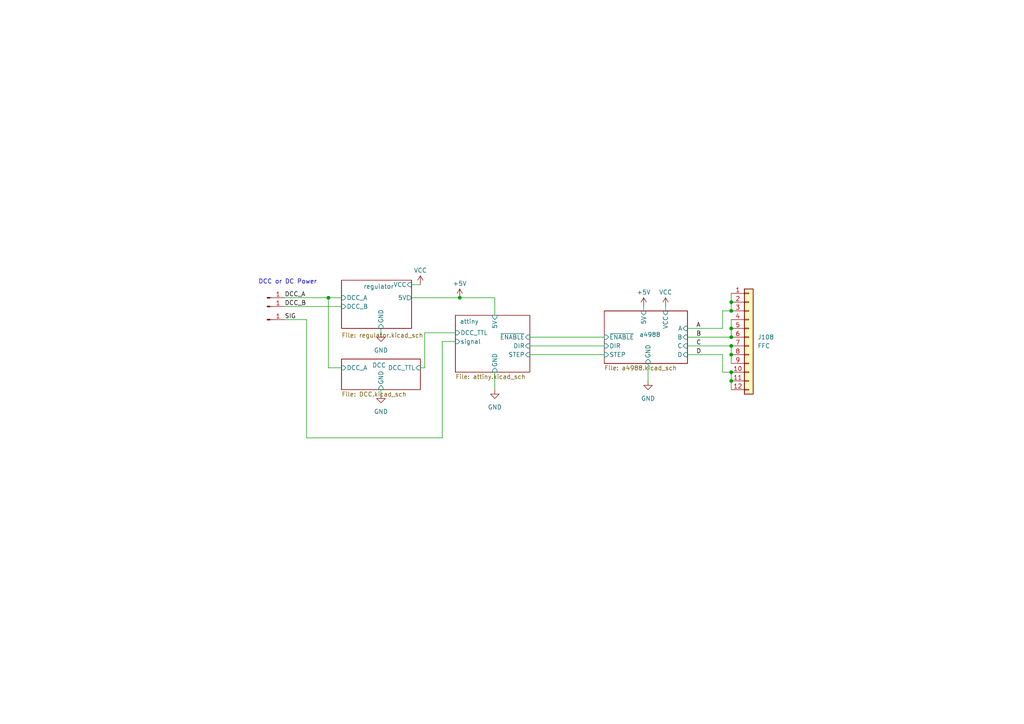
<source format=kicad_sch>
(kicad_sch (version 20230121) (generator eeschema)
  (paper "A4")
  (lib_symbols
    (symbol "Connector:Conn_01x01_Pin" (pin_names (offset 1.016) hide)
      (property "Reference" "J" (at 0 2.54 0))
      (property "Value" "Conn_01x01_Pin" (at 0 -2.54 0))
      (symbol "Conn_01x01_Pin_1_1"
        (polyline (pts (xy 1.27 0) (xy 0.8636 0)) (stroke (width 0.1524)))
        (rectangle (start 0.8636 0.127) (end 0 -0.127) (stroke (width 0.1524)) (fill (type outline)))
        (pin passive line (at 5.08 0 180) (length 3.81) (name "Pin_1") (number "1"))
      )
    )
    (symbol "Connector_Generic:Conn_01x12" (pin_names (offset 1.016) hide)
      (property "Reference" "J" (at 0 15.24 0))
      (property "Value" "Conn_01x12" (at 0 -17.78 0))
      (symbol "Conn_01x12_1_1"
        (rectangle (start -1.27 -15.113) (end 0 -15.367) (stroke (width 0.1524)))
        (rectangle (start -1.27 -12.573) (end 0 -12.827) (stroke (width 0.1524)))
        (rectangle (start -1.27 -10.033) (end 0 -10.287) (stroke (width 0.1524)))
        (rectangle (start -1.27 -7.493) (end 0 -7.747) (stroke (width 0.1524)))
        (rectangle (start -1.27 -4.953) (end 0 -5.207) (stroke (width 0.1524)))
        (rectangle (start -1.27 -2.413) (end 0 -2.667) (stroke (width 0.1524)))
        (rectangle (start -1.27 0.127) (end 0 -0.127) (stroke (width 0.1524)))
        (rectangle (start -1.27 2.667) (end 0 2.413) (stroke (width 0.1524)))
        (rectangle (start -1.27 5.207) (end 0 4.953) (stroke (width 0.1524)))
        (rectangle (start -1.27 7.747) (end 0 7.493) (stroke (width 0.1524)))
        (rectangle (start -1.27 10.287) (end 0 10.033) (stroke (width 0.1524)))
        (rectangle (start -1.27 12.827) (end 0 12.573) (stroke (width 0.1524)))
        (rectangle (start -1.27 13.97) (end 1.27 -16.51) (stroke (width 0.254)) (fill (type background)))
        (pin passive line (at -5.08 12.7 0) (length 3.81) (name "Pin_1") (number "1"))
        (pin passive line (at -5.08 -10.16 0) (length 3.81) (name "Pin_10") (number "10"))
        (pin passive line (at -5.08 -12.7 0) (length 3.81) (name "Pin_11") (number "11"))
        (pin passive line (at -5.08 -15.24 0) (length 3.81) (name "Pin_12") (number "12"))
        (pin passive line (at -5.08 10.16 0) (length 3.81) (name "Pin_2") (number "2"))
        (pin passive line (at -5.08 7.62 0) (length 3.81) (name "Pin_3") (number "3"))
        (pin passive line (at -5.08 5.08 0) (length 3.81) (name "Pin_4") (number "4"))
        (pin passive line (at -5.08 2.54 0) (length 3.81) (name "Pin_5") (number "5"))
        (pin passive line (at -5.08 0 0) (length 3.81) (name "Pin_6") (number "6"))
        (pin passive line (at -5.08 -2.54 0) (length 3.81) (name "Pin_7") (number "7"))
        (pin passive line (at -5.08 -5.08 0) (length 3.81) (name "Pin_8") (number "8"))
        (pin passive line (at -5.08 -7.62 0) (length 3.81) (name "Pin_9") (number "9"))
      )
    )
    (symbol "power:+5V" (power) (pin_names (offset 0))
      (property "Value" "+5V" (at 0 3.556 0))
      (symbol "+5V_0_1"
        (polyline (pts (xy -0.762 1.27) (xy 0 2.54)))
        (polyline (pts (xy 0 0) (xy 0 2.54)))
        (polyline (pts (xy 0 2.54) (xy 0.762 1.27)))
      )
      (symbol "+5V_1_1"
        (pin power_in line (at 0 0 90) (length 0) hide (name "+5V") (number "1"))
      )
    )
    (symbol "power:GND" (power) (pin_names (offset 0))
      (property "Value" "GND" (at 0 -3.81 0))
      (symbol "GND_0_1"
        (polyline (pts (xy 0 0) (xy 0 -1.27) (xy 1.27 -1.27) (xy 0 -2.54) (xy -1.27 -1.27) (xy 0 -1.27)))
      )
      (symbol "GND_1_1"
        (pin power_in line (at 0 0 270) (length 0) hide (name "GND") (number "1"))
      )
    )
    (symbol "power:VCC" (power) (pin_names (offset 0))
      (property "Value" "VCC" (at 0 3.81 0))
      (symbol "VCC_0_1"
        (polyline (pts (xy -0.762 1.27) (xy 0 2.54)))
        (polyline (pts (xy 0 0) (xy 0 2.54)))
        (polyline (pts (xy 0 2.54) (xy 0.762 1.27)))
      )
      (symbol "VCC_1_1"
        (pin power_in line (at 0 0 90) (length 0) hide (name "VCC") (number "1"))
      )
    )
  )
  (junction (at 95.25 86.36))
  (junction (at 212.09 95.25))
  (junction (at 212.09 87.63))
  (junction (at 212.09 107.95))
  (junction (at 212.09 90.17))
  (junction (at 212.09 100.33))
  (junction (at 212.09 110.49))
  (junction (at 212.09 97.79))
  (junction (at 212.09 102.87))
  (junction (at 133.35 86.36))
  (wire (pts (xy 121.92 106.68) (xy 123.19 106.68)))
  (wire (pts (xy 199.39 100.33) (xy 212.09 100.33)))
  (wire (pts (xy 99.06 106.68) (xy 95.25 106.68)))
  (wire (pts (xy 212.09 95.25) (xy 212.09 97.79)))
  (wire (pts (xy 82.55 86.36) (xy 95.25 86.36)))
  (wire (pts (xy 143.51 107.95) (xy 143.51 113.03)))
  (wire (pts (xy 82.55 88.9) (xy 99.06 88.9)))
  (wire (pts (xy 212.09 110.49) (xy 212.09 113.03)))
  (wire (pts (xy 95.25 106.68) (xy 95.25 86.36)))
  (wire (pts (xy 187.96 105.41) (xy 187.96 110.49)))
  (wire (pts (xy 128.27 99.06) (xy 132.08 99.06)))
  (wire (pts (xy 123.19 106.68) (xy 123.19 96.52)))
  (wire (pts (xy 119.38 86.36) (xy 133.35 86.36)))
  (wire (pts (xy 153.67 102.87) (xy 175.26 102.87)))
  (wire (pts (xy 199.39 97.79) (xy 212.09 97.79)))
  (wire (pts (xy 82.55 92.71) (xy 88.9 92.71)))
  (wire (pts (xy 143.51 86.36) (xy 143.51 91.44)))
  (wire (pts (xy 212.09 107.95) (xy 212.09 110.49)))
  (wire (pts (xy 212.09 92.71) (xy 212.09 95.25)))
  (wire (pts (xy 209.55 90.17) (xy 212.09 90.17)))
  (wire (pts (xy 153.67 97.79) (xy 175.26 97.79)))
  (wire (pts (xy 209.55 102.87) (xy 209.55 107.95)))
  (wire (pts (xy 212.09 85.09) (xy 212.09 87.63)))
  (wire (pts (xy 110.49 95.25) (xy 110.49 96.52)))
  (wire (pts (xy 212.09 100.33) (xy 212.09 102.87)))
  (wire (pts (xy 128.27 127) (xy 128.27 99.06)))
  (wire (pts (xy 88.9 127) (xy 128.27 127)))
  (wire (pts (xy 212.09 87.63) (xy 212.09 90.17)))
  (wire (pts (xy 133.35 86.36) (xy 143.51 86.36)))
  (wire (pts (xy 153.67 100.33) (xy 175.26 100.33)))
  (wire (pts (xy 209.55 107.95) (xy 212.09 107.95)))
  (wire (pts (xy 95.25 86.36) (xy 99.06 86.36)))
  (wire (pts (xy 199.39 95.25) (xy 209.55 95.25)))
  (wire (pts (xy 212.09 102.87) (xy 212.09 105.41)))
  (wire (pts (xy 88.9 92.71) (xy 88.9 127)))
  (wire (pts (xy 110.49 113.03) (xy 110.49 114.3)))
  (wire (pts (xy 123.19 96.52) (xy 132.08 96.52)))
  (wire (pts (xy 119.38 82.55) (xy 121.92 82.55)))
  (wire (pts (xy 199.39 102.87) (xy 209.55 102.87)))
  (wire (pts (xy 186.69 88.9) (xy 186.69 90.17)))
  (wire (pts (xy 209.55 95.25) (xy 209.55 90.17)))
  (wire (pts (xy 193.04 88.9) (xy 193.04 90.17)))
  (text "DCC or DC Power" (at 74.93 82.55 0) (effects (font (size 1.27 1.27)) (justify left bottom)))
  (label "DCC_A" (at 82.55 86.36 0))
  (label "D" (at 201.93 102.87 0))
  (label "SIG" (at 82.55 92.71 0))
  (label "DCC_B" (at 82.55 88.9 0))
  (label "A" (at 201.93 95.25 0))
  (label "B" (at 201.93 97.79 0))
  (label "C" (at 201.93 100.33 0))
  (symbol (lib_id "power:GND") (at 143.51 113.03 0) (unit 1)
    (property "Reference" "#PWR0105" (effects hide))
    (property "Value" "GND" (at 143.51 118.11 0))
  )
  (symbol (lib_id "Connector:Conn_01x01_Pin") (at 77.47 92.71 0) (unit 1)
    (property "Reference" "J101" (effects hide))
    (property "Value" "Conn_01x01_Pin" (effects hide))
    (property "Footprint" "Connector_Wire:SolderWirePad_1x01_SMD_1x2mm" (effects hide))
  )
  (symbol (lib_id "power:VCC") (at 121.92 82.55 0) (unit 1)
    (property "Reference" "#PWR0102" (effects hide))
    (property "Value" "VCC" (at 121.92 78.4169 0))
  )
  (symbol (lib_id "Connector_Generic:Conn_01x12") (at 217.17 97.79 0) (unit 1)
    (property "Reference" "J108" (at 219.71 97.79 0) (effects (justify left)))
    (property "Value" "FFC" (at 219.71 100.33 0) (effects (justify left)))
    (property "Footprint" "Connector_FFC-FPC:Hirose_FH12-12S-0.5SH_1x12-1MP_P0.50mm_Horizontal" (effects hide))
  )
  (symbol (lib_id "power:VCC") (at 193.04 88.9 0) (unit 1)
    (property "Reference" "#PWR0107" (effects hide))
    (property "Value" "VCC" (at 193.04 84.7669 0))
  )
  (symbol (lib_id "power:+5V") (at 186.69 88.9 0) (unit 1)
    (property "Reference" "#PWR0106" (effects hide))
    (property "Value" "+5V" (at 186.69 84.7669 0))
  )
  (symbol (lib_id "power:GND") (at 110.49 96.52 0) (unit 1)
    (property "Reference" "#PWR0103" (effects hide))
    (property "Value" "GND" (at 110.49 101.6 0))
  )
  (symbol (lib_id "power:GND") (at 187.96 110.49 0) (unit 1)
    (property "Reference" "#PWR0108" (effects hide))
    (property "Value" "GND" (at 187.96 115.57 0))
  )
  (symbol (lib_id "power:GND") (at 110.49 114.3 0) (unit 1)
    (property "Reference" "#PWR0101" (effects hide))
    (property "Value" "GND" (at 110.49 119.38 0))
  )
  (symbol (lib_id "power:+5V") (at 133.35 86.36 0) (unit 1)
    (property "Reference" "#PWR0104" (effects hide))
    (property "Value" "+5V" (at 133.35 82.2269 0))
  )
  (symbol (lib_id "Connector:Conn_01x01_Pin") (at 77.47 86.36 0) (unit 1)
    (property "Reference" "J102" (effects hide))
    (property "Value" "Conn_01x01_Pin" (effects hide))
    (property "Footprint" "Connector_Wire:SolderWirePad_1x01_SMD_1x2mm" (effects hide))
  )
  (symbol (lib_id "Connector:Conn_01x01_Pin") (at 77.47 88.9 0) (unit 1)
    (property "Reference" "J103" (effects hide))
    (property "Value" "Conn_01x01_Pin" (effects hide))
    (property "Footprint" "Connector_Wire:SolderWirePad_1x01_SMD_1x2mm" (effects hide))
  )
  (sheet (at 99.06 104.14) (size 22.86 8.89) (stroke (width 0.1524))
    (property "Sheetname" "DCC" (at 107.95 106.68 0) (effects (justify left bottom)))
    (property "Sheetfile" "DCC.kicad_sch" (at 99.06 113.6146 0) (effects (justify left top)))
    (pin "GND" input (at 110.49 113.03 270))
    (pin "DCC_TTL" input (at 121.92 106.68 0))
    (pin "DCC_A" input (at 99.06 106.68 180))
  )
  (sheet (at 175.26 90.17) (size 24.13 15.24) (stroke (width 0.1524))
    (property "Sheetname" "a4988" (at 185.42 97.79 0) (effects (justify left bottom)))
    (property "Sheetfile" "a4988.kicad_sch" (at 175.26 105.9946 0) (effects (justify left top)))
    (pin "C" input (at 199.39 100.33 0))
    (pin "B" input (at 199.39 97.79 0))
    (pin "D" input (at 199.39 102.87 0))
    (pin "5V" input (at 186.69 90.17 90))
    (pin "VCC" input (at 193.04 90.17 90))
    (pin "GND" input (at 187.96 105.41 270))
    (pin "A" input (at 199.39 95.25 0))
    (pin "STEP" input (at 175.26 102.87 180))
    (pin "DIR" input (at 175.26 100.33 180))
    (pin "~{ENABLE}" input (at 175.26 97.79 180))
  )
  (sheet (at 99.06 81.28) (size 20.32 13.97) (stroke (width 0.1524))
    (property "Sheetname" "regulator" (at 105.41 83.82 0) (effects (justify left bottom)))
    (property "Sheetfile" "regulator.kicad_sch" (at 99.06 96.52 0) (effects (justify left top)))
    (pin "5V" output (at 119.38 86.36 0))
    (pin "GND" input (at 110.49 95.25 270))
    (pin "VCC" input (at 119.38 82.55 0))
    (pin "DCC_A" input (at 99.06 86.36 180))
    (pin "DCC_B" input (at 99.06 88.9 180))
  )
  (sheet (at 132.08 91.44) (size 21.59 16.51) (stroke (width 0.1524))
    (property "Sheetname" "attiny" (at 133.35 93.98 0) (effects (justify left bottom)))
    (property "Sheetfile" "attiny.kicad_sch" (at 132.08 108.5346 0) (effects (justify left top)))
    (pin "5V" input (at 143.51 91.44 90))
    (pin "GND" input (at 143.51 107.95 270))
    (pin "signal" input (at 132.08 99.06 180))
    (pin "~{ENABLE}" input (at 153.67 97.79 0))
    (pin "DIR" input (at 153.67 100.33 0))
    (pin "STEP" input (at 153.67 102.87 0))
    (pin "DCC_TTL" input (at 132.08 96.52 180))
  )
)
</source>
